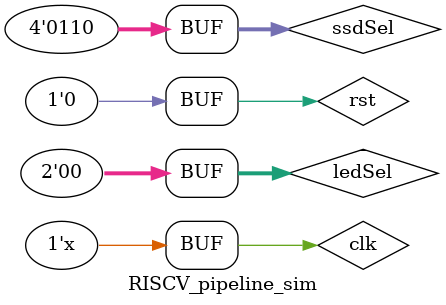
<source format=v>
`timescale 1ns / 1ps


module RISCV_pipeline_sim();
reg clk, rst;
reg [1:0]ledSel;
reg [3:0]ssdSel;
reg SSD_clk;
wire [6:0] leds;
wire [3:0]Anode;
wire [15:0] out_LED;
parameter clk_period=2;
RISCV_pipeline UUT( clk, rst,ledSel,ssdSel, SSD_clk, leds, Anode, out_LED );
always begin
#(clk_period*2) clk=~clk;

end
initial begin
clk=0;
rst=1;
ssdSel=4'b0110;
ledSel=2'b00;
ssdSel=4'b0000;
#(clk_period/2) 
rst=0;
ledSel=2'b00;
ssdSel=4'b0110;
end
endmodule

</source>
